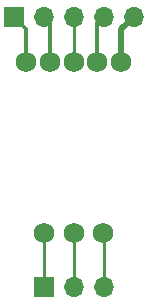
<source format=gbr>
%TF.GenerationSoftware,KiCad,Pcbnew,7.0.8*%
%TF.CreationDate,2024-09-17T00:43:06+09:00*%
%TF.ProjectId,____________,ddc6f3b7-e7e1-4fcb-9f09-dbfa7f2e6b69,rev?*%
%TF.SameCoordinates,Original*%
%TF.FileFunction,Copper,L1,Top*%
%TF.FilePolarity,Positive*%
%FSLAX46Y46*%
G04 Gerber Fmt 4.6, Leading zero omitted, Abs format (unit mm)*
G04 Created by KiCad (PCBNEW 7.0.8) date 2024-09-17 00:43:06*
%MOMM*%
%LPD*%
G01*
G04 APERTURE LIST*
%TA.AperFunction,ComponentPad*%
%ADD10R,1.700000X1.700000*%
%TD*%
%TA.AperFunction,ComponentPad*%
%ADD11O,1.700000X1.700000*%
%TD*%
%TA.AperFunction,ComponentPad*%
%ADD12C,1.750000*%
%TD*%
%TA.AperFunction,Conductor*%
%ADD13C,0.300000*%
%TD*%
%TA.AperFunction,Conductor*%
%ADD14C,0.500000*%
%TD*%
%TA.AperFunction,Conductor*%
%ADD15C,0.250000*%
%TD*%
G04 APERTURE END LIST*
D10*
%TO.P,J2,1,Pin_1*%
%TO.N,Net-(ENC1-A)*%
X74676000Y-81280000D03*
D11*
%TO.P,J2,2,Pin_2*%
%TO.N,Net-(ENC1-B)*%
X77216000Y-81280000D03*
%TO.P,J2,3,Pin_3*%
%TO.N,Net-(ENC1-C)*%
X79756000Y-81280000D03*
%TD*%
D10*
%TO.P,J1,1,Pin_1*%
%TO.N,Net-(ENC1-RED)*%
X72136000Y-58420000D03*
D11*
%TO.P,J1,2,Pin_2*%
%TO.N,Net-(ENC1-GREEN)*%
X74676000Y-58420000D03*
%TO.P,J1,3,Pin_3*%
%TO.N,Net-(ENC1-SW)*%
X77216000Y-58420000D03*
%TO.P,J1,4,Pin_4*%
%TO.N,Net-(ENC1-BLUE)*%
X79756000Y-58420000D03*
%TO.P,J1,5,Pin_5*%
%TO.N,Net-(ENC1-Anode)*%
X82296000Y-58420000D03*
%TD*%
D12*
%TO.P,ENC1,8,C*%
%TO.N,Net-(ENC1-C)*%
X79715000Y-76730000D03*
%TO.P,ENC1,7,B*%
%TO.N,Net-(ENC1-B)*%
X77215000Y-76730000D03*
%TO.P,ENC1,6,A*%
%TO.N,Net-(ENC1-A)*%
X74715000Y-76730000D03*
%TO.P,ENC1,5,Anode*%
%TO.N,Net-(ENC1-Anode)*%
X81215000Y-62230000D03*
%TO.P,ENC1,4,BLUE*%
%TO.N,Net-(ENC1-BLUE)*%
X79215000Y-62230000D03*
%TO.P,ENC1,3,SW*%
%TO.N,Net-(ENC1-SW)*%
X77215000Y-62230000D03*
%TO.P,ENC1,2,GREEN*%
%TO.N,Net-(ENC1-GREEN)*%
X75215000Y-62230000D03*
%TO.P,ENC1,1,RED*%
%TO.N,Net-(ENC1-RED)*%
X73215000Y-62230000D03*
%TD*%
D13*
%TO.N,Net-(ENC1-RED)*%
X73215000Y-59499000D02*
X72136000Y-58420000D01*
X73215000Y-62230000D02*
X73215000Y-59499000D01*
%TO.N,Net-(ENC1-GREEN)*%
X75215000Y-62230000D02*
X75215000Y-58959000D01*
X75215000Y-58959000D02*
X74676000Y-58420000D01*
D14*
%TO.N,Net-(ENC1-Anode)*%
X81215000Y-59501000D02*
X82296000Y-58420000D01*
X81215000Y-62230000D02*
X81215000Y-59501000D01*
D13*
%TO.N,Net-(ENC1-BLUE)*%
X79215000Y-58961000D02*
X79756000Y-58420000D01*
X79215000Y-62230000D02*
X79215000Y-58961000D01*
D15*
%TO.N,Net-(ENC1-SW)*%
X77216000Y-62229000D02*
X77215000Y-62230000D01*
X77216000Y-58420000D02*
X77216000Y-62229000D01*
%TO.N,Net-(ENC1-C)*%
X79756000Y-76771000D02*
X79715000Y-76730000D01*
X79756000Y-81280000D02*
X79756000Y-76771000D01*
%TO.N,Net-(ENC1-A)*%
X74715000Y-81241000D02*
X74676000Y-81280000D01*
X74715000Y-76730000D02*
X74715000Y-81241000D01*
%TO.N,Net-(ENC1-B)*%
X77216000Y-76731000D02*
X77215000Y-76730000D01*
X77216000Y-81280000D02*
X77216000Y-76731000D01*
%TD*%
M02*

</source>
